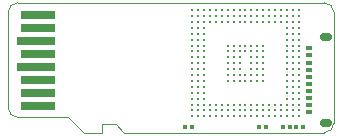
<source format=gtp>
%FSLAX44Y44*%
%MOMM*%
G71*
G01*
G75*
G04 Layer_Color=8421504*
%ADD10C,0.2500*%
%ADD11R,2.9000X0.8000*%
%ADD12R,3.2000X0.8000*%
%ADD13O,0.6000X0.4000*%
%ADD14O,1.0500X0.7000*%
G04:AMPARAMS|DCode=15|XSize=0.4mm|YSize=0.37mm|CornerRadius=0.037mm|HoleSize=0mm|Usage=FLASHONLY|Rotation=270.000|XOffset=0mm|YOffset=0mm|HoleType=Round|Shape=RoundedRectangle|*
%AMROUNDEDRECTD15*
21,1,0.4000,0.2960,0,0,270.0*
21,1,0.3260,0.3700,0,0,270.0*
1,1,0.0740,-0.1480,-0.1630*
1,1,0.0740,-0.1480,0.1630*
1,1,0.0740,0.1480,0.1630*
1,1,0.0740,0.1480,-0.1630*
%
%ADD15ROUNDEDRECTD15*%
%ADD16C,0.0750*%
%ADD17C,0.1500*%
%ADD18C,0.7500*%
%ADD19C,0.0100*%
%ADD20C,0.3000*%
%ADD21C,0.2000*%
%ADD22C,0.4000*%
%ADD23R,0.6000X0.8500*%
%ADD24R,0.8500X0.6000*%
G04:AMPARAMS|DCode=25|XSize=0.4mm|YSize=0.37mm|CornerRadius=0.037mm|HoleSize=0mm|Usage=FLASHONLY|Rotation=0.000|XOffset=0mm|YOffset=0mm|HoleType=Round|Shape=RoundedRectangle|*
%AMROUNDEDRECTD25*
21,1,0.4000,0.2960,0,0,0.0*
21,1,0.3260,0.3700,0,0,0.0*
1,1,0.0740,0.1630,-0.1480*
1,1,0.0740,-0.1630,-0.1480*
1,1,0.0740,-0.1630,0.1480*
1,1,0.0740,0.1630,0.1480*
%
%ADD25ROUNDEDRECTD25*%
G04:AMPARAMS|DCode=26|XSize=0.93mm|YSize=0.89mm|CornerRadius=0.089mm|HoleSize=0mm|Usage=FLASHONLY|Rotation=180.000|XOffset=0mm|YOffset=0mm|HoleType=Round|Shape=RoundedRectangle|*
%AMROUNDEDRECTD26*
21,1,0.9300,0.7120,0,0,180.0*
21,1,0.7520,0.8900,0,0,180.0*
1,1,0.1780,-0.3760,0.3560*
1,1,0.1780,0.3760,0.3560*
1,1,0.1780,0.3760,-0.3560*
1,1,0.1780,-0.3760,-0.3560*
%
%ADD26ROUNDEDRECTD26*%
G04:AMPARAMS|DCode=27|XSize=0.6mm|YSize=0.5mm|CornerRadius=0.05mm|HoleSize=0mm|Usage=FLASHONLY|Rotation=0.000|XOffset=0mm|YOffset=0mm|HoleType=Round|Shape=RoundedRectangle|*
%AMROUNDEDRECTD27*
21,1,0.6000,0.4000,0,0,0.0*
21,1,0.5000,0.5000,0,0,0.0*
1,1,0.1000,0.2500,-0.2000*
1,1,0.1000,-0.2500,-0.2000*
1,1,0.1000,-0.2500,0.2000*
1,1,0.1000,0.2500,0.2000*
%
%ADD27ROUNDEDRECTD27*%
G04:AMPARAMS|DCode=28|XSize=0.9mm|YSize=0.8mm|CornerRadius=0.08mm|HoleSize=0mm|Usage=FLASHONLY|Rotation=180.000|XOffset=0mm|YOffset=0mm|HoleType=Round|Shape=RoundedRectangle|*
%AMROUNDEDRECTD28*
21,1,0.9000,0.6400,0,0,180.0*
21,1,0.7400,0.8000,0,0,180.0*
1,1,0.1600,-0.3700,0.3200*
1,1,0.1600,0.3700,0.3200*
1,1,0.1600,0.3700,-0.3200*
1,1,0.1600,-0.3700,-0.3200*
%
%ADD28ROUNDEDRECTD28*%
G04:AMPARAMS|DCode=29|XSize=0.8mm|YSize=0.8mm|CornerRadius=0.12mm|HoleSize=0mm|Usage=FLASHONLY|Rotation=0.000|XOffset=0mm|YOffset=0mm|HoleType=Round|Shape=RoundedRectangle|*
%AMROUNDEDRECTD29*
21,1,0.8000,0.5600,0,0,0.0*
21,1,0.5600,0.8000,0,0,0.0*
1,1,0.2400,0.2800,-0.2800*
1,1,0.2400,-0.2800,-0.2800*
1,1,0.2400,-0.2800,0.2800*
1,1,0.2400,0.2800,0.2800*
%
%ADD29ROUNDEDRECTD29*%
G04:AMPARAMS|DCode=30|XSize=0.76mm|YSize=0.27mm|CornerRadius=0.027mm|HoleSize=0mm|Usage=FLASHONLY|Rotation=90.000|XOffset=0mm|YOffset=0mm|HoleType=Round|Shape=RoundedRectangle|*
%AMROUNDEDRECTD30*
21,1,0.7600,0.2160,0,0,90.0*
21,1,0.7060,0.2700,0,0,90.0*
1,1,0.0540,0.1080,0.3530*
1,1,0.0540,0.1080,-0.3530*
1,1,0.0540,-0.1080,-0.3530*
1,1,0.0540,-0.1080,0.3530*
%
%ADD30ROUNDEDRECTD30*%
G04:AMPARAMS|DCode=31|XSize=0.76mm|YSize=0.27mm|CornerRadius=0.027mm|HoleSize=0mm|Usage=FLASHONLY|Rotation=0.000|XOffset=0mm|YOffset=0mm|HoleType=Round|Shape=RoundedRectangle|*
%AMROUNDEDRECTD31*
21,1,0.7600,0.2160,0,0,0.0*
21,1,0.7060,0.2700,0,0,0.0*
1,1,0.0540,0.3530,-0.1080*
1,1,0.0540,-0.3530,-0.1080*
1,1,0.0540,-0.3530,0.1080*
1,1,0.0540,0.3530,0.1080*
%
%ADD31ROUNDEDRECTD31*%
%ADD32R,0.7400X0.5400*%
G04:AMPARAMS|DCode=33|XSize=0.6mm|YSize=0.5mm|CornerRadius=0.05mm|HoleSize=0mm|Usage=FLASHONLY|Rotation=90.000|XOffset=0mm|YOffset=0mm|HoleType=Round|Shape=RoundedRectangle|*
%AMROUNDEDRECTD33*
21,1,0.6000,0.4000,0,0,90.0*
21,1,0.5000,0.5000,0,0,90.0*
1,1,0.1000,0.2000,0.2500*
1,1,0.1000,0.2000,-0.2500*
1,1,0.1000,-0.2000,-0.2500*
1,1,0.1000,-0.2000,0.2500*
%
%ADD33ROUNDEDRECTD33*%
%ADD34C,0.1000*%
D10*
X171900Y38800D02*
D03*
Y33800D02*
D03*
Y28800D02*
D03*
X176900D02*
D03*
X91900Y13800D02*
D03*
Y23800D02*
D03*
Y28800D02*
D03*
Y33800D02*
D03*
Y38800D02*
D03*
Y43800D02*
D03*
Y48800D02*
D03*
Y53800D02*
D03*
Y58800D02*
D03*
Y63800D02*
D03*
Y68800D02*
D03*
Y73800D02*
D03*
Y78800D02*
D03*
Y83800D02*
D03*
Y88800D02*
D03*
Y93800D02*
D03*
Y98800D02*
D03*
Y103800D02*
D03*
X96900Y13800D02*
D03*
Y23800D02*
D03*
Y33800D02*
D03*
Y38800D02*
D03*
Y43800D02*
D03*
Y48800D02*
D03*
Y53800D02*
D03*
Y58800D02*
D03*
Y63800D02*
D03*
Y68800D02*
D03*
Y73800D02*
D03*
Y78800D02*
D03*
Y83800D02*
D03*
Y88800D02*
D03*
Y93800D02*
D03*
Y98800D02*
D03*
Y103800D02*
D03*
X101900Y13800D02*
D03*
Y18800D02*
D03*
Y23800D02*
D03*
Y28800D02*
D03*
Y33800D02*
D03*
Y38800D02*
D03*
Y43800D02*
D03*
Y48800D02*
D03*
Y53800D02*
D03*
Y58800D02*
D03*
Y63800D02*
D03*
Y68800D02*
D03*
Y73800D02*
D03*
Y78800D02*
D03*
Y83800D02*
D03*
Y88800D02*
D03*
Y93800D02*
D03*
Y98800D02*
D03*
Y103800D02*
D03*
X106900Y23800D02*
D03*
Y93800D02*
D03*
Y98800D02*
D03*
Y103800D02*
D03*
X111900Y13800D02*
D03*
Y18800D02*
D03*
Y23800D02*
D03*
Y93800D02*
D03*
Y98800D02*
D03*
Y103800D02*
D03*
X116900Y13800D02*
D03*
Y18800D02*
D03*
Y23800D02*
D03*
Y93800D02*
D03*
Y98800D02*
D03*
Y103800D02*
D03*
X121900Y13800D02*
D03*
Y18800D02*
D03*
Y23800D02*
D03*
Y43800D02*
D03*
Y48800D02*
D03*
Y53800D02*
D03*
Y58800D02*
D03*
Y63800D02*
D03*
Y68800D02*
D03*
Y73800D02*
D03*
Y93800D02*
D03*
Y98800D02*
D03*
Y103800D02*
D03*
X126900Y13800D02*
D03*
Y18800D02*
D03*
Y23800D02*
D03*
Y43800D02*
D03*
Y48800D02*
D03*
Y53800D02*
D03*
Y58800D02*
D03*
Y63800D02*
D03*
Y68800D02*
D03*
Y73800D02*
D03*
Y93800D02*
D03*
Y98800D02*
D03*
Y103800D02*
D03*
X131900Y13800D02*
D03*
Y18800D02*
D03*
Y23800D02*
D03*
Y43800D02*
D03*
Y48800D02*
D03*
Y53800D02*
D03*
Y58800D02*
D03*
Y63800D02*
D03*
Y68800D02*
D03*
Y73800D02*
D03*
Y93800D02*
D03*
Y98800D02*
D03*
Y103800D02*
D03*
X136900Y13800D02*
D03*
Y18800D02*
D03*
Y23800D02*
D03*
Y43800D02*
D03*
Y48800D02*
D03*
Y68800D02*
D03*
Y73800D02*
D03*
Y93800D02*
D03*
Y98800D02*
D03*
Y103800D02*
D03*
X141900Y13800D02*
D03*
Y18800D02*
D03*
Y23800D02*
D03*
Y43800D02*
D03*
Y48800D02*
D03*
Y53800D02*
D03*
Y58800D02*
D03*
Y63800D02*
D03*
Y68800D02*
D03*
Y73800D02*
D03*
Y93800D02*
D03*
Y98800D02*
D03*
Y103800D02*
D03*
X146900Y13800D02*
D03*
Y18800D02*
D03*
Y23800D02*
D03*
Y43800D02*
D03*
Y48800D02*
D03*
Y53800D02*
D03*
Y58800D02*
D03*
Y63800D02*
D03*
Y68800D02*
D03*
Y73800D02*
D03*
Y93800D02*
D03*
Y98800D02*
D03*
Y103800D02*
D03*
X151900Y13800D02*
D03*
Y18800D02*
D03*
Y23800D02*
D03*
Y43800D02*
D03*
Y48800D02*
D03*
Y53800D02*
D03*
Y58800D02*
D03*
Y63800D02*
D03*
Y68800D02*
D03*
Y73800D02*
D03*
Y93800D02*
D03*
Y98800D02*
D03*
Y103800D02*
D03*
X156900Y13800D02*
D03*
Y18800D02*
D03*
Y23800D02*
D03*
Y93800D02*
D03*
Y98800D02*
D03*
Y103800D02*
D03*
X161900Y13800D02*
D03*
Y18800D02*
D03*
Y23800D02*
D03*
Y93800D02*
D03*
Y98800D02*
D03*
Y103800D02*
D03*
X166900Y13800D02*
D03*
Y18800D02*
D03*
Y23800D02*
D03*
Y93800D02*
D03*
Y98800D02*
D03*
Y103800D02*
D03*
X171900Y13800D02*
D03*
Y18800D02*
D03*
Y23800D02*
D03*
Y43800D02*
D03*
Y48800D02*
D03*
Y53800D02*
D03*
Y58800D02*
D03*
Y63800D02*
D03*
Y68800D02*
D03*
Y73800D02*
D03*
Y78800D02*
D03*
Y83800D02*
D03*
Y88800D02*
D03*
Y93800D02*
D03*
Y98800D02*
D03*
Y103800D02*
D03*
X176900Y13800D02*
D03*
Y18800D02*
D03*
Y23800D02*
D03*
Y33800D02*
D03*
Y38800D02*
D03*
Y43800D02*
D03*
Y48800D02*
D03*
Y53800D02*
D03*
Y58800D02*
D03*
Y63800D02*
D03*
Y68800D02*
D03*
Y73800D02*
D03*
Y78800D02*
D03*
Y83800D02*
D03*
Y88800D02*
D03*
Y93800D02*
D03*
Y98800D02*
D03*
Y103800D02*
D03*
X181900Y13800D02*
D03*
Y18800D02*
D03*
Y23800D02*
D03*
Y28800D02*
D03*
Y33800D02*
D03*
Y38800D02*
D03*
Y43800D02*
D03*
Y48800D02*
D03*
Y53800D02*
D03*
Y58800D02*
D03*
Y63800D02*
D03*
Y68800D02*
D03*
Y73800D02*
D03*
Y78800D02*
D03*
Y83800D02*
D03*
Y88800D02*
D03*
Y93800D02*
D03*
Y98800D02*
D03*
Y103800D02*
D03*
X91900Y18800D02*
D03*
X96900D02*
D03*
X106900D02*
D03*
Y13800D02*
D03*
X96900Y28800D02*
D03*
D11*
X-39000Y23000D02*
D03*
Y34000D02*
D03*
Y45000D02*
D03*
Y67000D02*
D03*
Y89000D02*
D03*
Y100000D02*
D03*
D12*
X-40500Y56000D02*
D03*
Y78000D02*
D03*
D13*
X191000Y17400D02*
D03*
Y23400D02*
D03*
Y29400D02*
D03*
Y35400D02*
D03*
Y41400D02*
D03*
Y47400D02*
D03*
Y53400D02*
D03*
Y59400D02*
D03*
Y65400D02*
D03*
Y71400D02*
D03*
D14*
X204750Y7900D02*
D03*
Y80900D02*
D03*
D15*
X154450Y4800D02*
D03*
X148750D02*
D03*
X179750Y4600D02*
D03*
X185450D02*
D03*
X168550D02*
D03*
X174250D02*
D03*
X91250Y4800D02*
D03*
X85550D02*
D03*
D19*
X203700Y-0D02*
G03*
X211700Y8000I0J8000D01*
G01*
X-64000Y21000D02*
G03*
X-56000Y13000I8000J0D01*
G01*
Y110000D02*
G03*
X-64000Y102000I0J-8000D01*
G01*
X211700D02*
G03*
X203700Y110000I-8000J0D01*
G01*
X15100Y-0D02*
Y7200D01*
X34200Y-0D02*
X203700D01*
X27000Y7200D02*
X34200Y-0D01*
X0D02*
X15100D01*
X-13000Y13000D02*
X0Y0D01*
X-56000Y110000D02*
X203700D01*
X-64000Y21000D02*
Y102000D01*
X15100Y7200D02*
X27000D01*
X-56000Y13000D02*
X-13000D01*
X211700Y8000D02*
Y102000D01*
M02*

</source>
